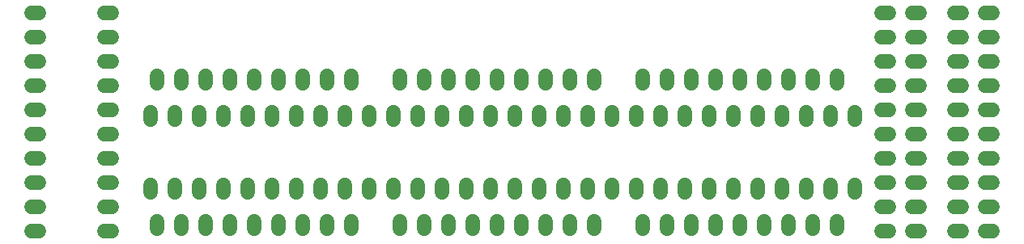
<source format=gbr>
G04 start of page 10 for group -4015 idx -4015 *
G04 Title: (unknown), toppaste *
G04 Creator: pcb 20100929 *
G04 CreationDate: Mon 21 Feb 2011 05:52:53 PM GMT UTC *
G04 For: vince *
G04 Format: Gerber/RS-274X *
G04 PCB-Dimensions: 480000 150000 *
G04 PCB-Coordinate-Origin: lower left *
%MOIN*%
%FSLAX25Y25*%
%LNFRONTPASTE*%
%ADD15C,0.0600*%
G54D15*X300000Y26500D02*Y23500D01*
X310000Y26500D02*Y23500D01*
X320000Y26500D02*Y23500D01*
X330000Y26500D02*Y23500D01*
X340000Y26500D02*Y23500D01*
X350000Y26500D02*Y23500D01*
X360000Y26500D02*Y23500D01*
X370000Y26500D02*Y23500D01*
X380000Y26500D02*Y23500D01*
Y86500D02*Y83500D01*
X370000Y86500D02*Y83500D01*
X360000Y86500D02*Y83500D01*
X350000Y86500D02*Y83500D01*
X340000Y86500D02*Y83500D01*
X330000Y86500D02*Y83500D01*
X320000Y86500D02*Y83500D01*
X310000Y86500D02*Y83500D01*
X300000Y86500D02*Y83500D01*
X441000Y112500D02*X444000D01*
X441000Y102500D02*X444000D01*
X441000Y92500D02*X444000D01*
X441000Y82500D02*X444000D01*
X441000Y72500D02*X444000D01*
X441000Y62500D02*X444000D01*
X441000Y52500D02*X444000D01*
X441000Y42500D02*X444000D01*
X441000Y32500D02*X444000D01*
X441000Y22500D02*X444000D01*
X411000D02*X414000D01*
X411000Y32500D02*X414000D01*
X411000Y42500D02*X414000D01*
X411000Y52500D02*X414000D01*
X411000Y62500D02*X414000D01*
X411000Y72500D02*X414000D01*
X411000Y82500D02*X414000D01*
X411000Y92500D02*X414000D01*
X411000Y102500D02*X414000D01*
X411000Y112500D02*X414000D01*
X187500Y41500D02*Y38500D01*
X177500Y41500D02*Y38500D01*
X167500Y41500D02*Y38500D01*
X157500Y41500D02*Y38500D01*
X147500Y41500D02*Y38500D01*
X137500Y41500D02*Y38500D01*
X127500Y41500D02*Y38500D01*
X117500Y41500D02*Y38500D01*
X107500Y41500D02*Y38500D01*
X97500Y41500D02*Y38500D01*
Y71500D02*Y68500D01*
X107500Y71500D02*Y68500D01*
X117500Y71500D02*Y68500D01*
X127500Y71500D02*Y68500D01*
X137500Y71500D02*Y68500D01*
X147500Y71500D02*Y68500D01*
X157500Y71500D02*Y68500D01*
X167500Y71500D02*Y68500D01*
X177500Y71500D02*Y68500D01*
X187500Y71500D02*Y68500D01*
X200000Y26500D02*Y23500D01*
X210000Y26500D02*Y23500D01*
X220000Y26500D02*Y23500D01*
X230000Y26500D02*Y23500D01*
X240000Y26500D02*Y23500D01*
X250000Y26500D02*Y23500D01*
X260000Y26500D02*Y23500D01*
X270000Y26500D02*Y23500D01*
X280000Y26500D02*Y23500D01*
Y86500D02*Y83500D01*
X270000Y86500D02*Y83500D01*
X260000Y86500D02*Y83500D01*
X250000Y86500D02*Y83500D01*
X240000Y86500D02*Y83500D01*
X230000Y86500D02*Y83500D01*
X220000Y86500D02*Y83500D01*
X210000Y86500D02*Y83500D01*
X200000Y86500D02*Y83500D01*
X387500Y41500D02*Y38500D01*
X377500Y41500D02*Y38500D01*
X367500Y41500D02*Y38500D01*
X357500Y41500D02*Y38500D01*
X347500Y41500D02*Y38500D01*
X337500Y41500D02*Y38500D01*
X327500Y41500D02*Y38500D01*
X317500Y41500D02*Y38500D01*
X307500Y41500D02*Y38500D01*
X297500Y41500D02*Y38500D01*
Y71500D02*Y68500D01*
X307500Y71500D02*Y68500D01*
X317500Y71500D02*Y68500D01*
X327500Y71500D02*Y68500D01*
X337500Y71500D02*Y68500D01*
X347500Y71500D02*Y68500D01*
X357500Y71500D02*Y68500D01*
X367500Y71500D02*Y68500D01*
X377500Y71500D02*Y68500D01*
X387500Y71500D02*Y68500D01*
X100000Y26500D02*Y23500D01*
X110000Y26500D02*Y23500D01*
X120000Y26500D02*Y23500D01*
X130000Y26500D02*Y23500D01*
X140000Y26500D02*Y23500D01*
X150000Y26500D02*Y23500D01*
X160000Y26500D02*Y23500D01*
X170000Y26500D02*Y23500D01*
X180000Y26500D02*Y23500D01*
Y86500D02*Y83500D01*
X170000Y86500D02*Y83500D01*
X160000Y86500D02*Y83500D01*
X150000Y86500D02*Y83500D01*
X140000Y86500D02*Y83500D01*
X130000Y86500D02*Y83500D01*
X120000Y86500D02*Y83500D01*
X110000Y86500D02*Y83500D01*
X100000Y86500D02*Y83500D01*
X48500Y112500D02*X51500D01*
X48500Y102500D02*X51500D01*
X48500Y92500D02*X51500D01*
X48500Y82500D02*X51500D01*
X48500Y72500D02*X51500D01*
X48500Y62500D02*X51500D01*
X48500Y52500D02*X51500D01*
X48500Y42500D02*X51500D01*
X48500Y32500D02*X51500D01*
X48500Y22500D02*X51500D01*
X78500D02*X81500D01*
X78500Y32500D02*X81500D01*
X78500Y42500D02*X81500D01*
X78500Y52500D02*X81500D01*
X78500Y62500D02*X81500D01*
X78500Y72500D02*X81500D01*
X78500Y82500D02*X81500D01*
X78500Y92500D02*X81500D01*
X78500Y102500D02*X81500D01*
X78500Y112500D02*X81500D01*
X428500Y22500D02*X431500D01*
X428500Y32500D02*X431500D01*
X428500Y42500D02*X431500D01*
X428500Y52500D02*X431500D01*
X428500Y62500D02*X431500D01*
X428500Y72500D02*X431500D01*
X428500Y82500D02*X431500D01*
X428500Y92500D02*X431500D01*
X428500Y102500D02*X431500D01*
X428500Y112500D02*X431500D01*
X398500D02*X401500D01*
X398500Y102500D02*X401500D01*
X398500Y92500D02*X401500D01*
X398500Y82500D02*X401500D01*
X398500Y72500D02*X401500D01*
X398500Y62500D02*X401500D01*
X398500Y52500D02*X401500D01*
X398500Y42500D02*X401500D01*
X398500Y32500D02*X401500D01*
X398500Y22500D02*X401500D01*
X287500Y41500D02*Y38500D01*
X277500Y41500D02*Y38500D01*
X267500Y41500D02*Y38500D01*
X257500Y41500D02*Y38500D01*
X247500Y41500D02*Y38500D01*
X237500Y41500D02*Y38500D01*
X227500Y41500D02*Y38500D01*
X217500Y41500D02*Y38500D01*
X207500Y41500D02*Y38500D01*
X197500Y41500D02*Y38500D01*
Y71500D02*Y68500D01*
X207500Y71500D02*Y68500D01*
X217500Y71500D02*Y68500D01*
X227500Y71500D02*Y68500D01*
X237500Y71500D02*Y68500D01*
X247500Y71500D02*Y68500D01*
X257500Y71500D02*Y68500D01*
X267500Y71500D02*Y68500D01*
X277500Y71500D02*Y68500D01*
X287500Y71500D02*Y68500D01*
M02*

</source>
